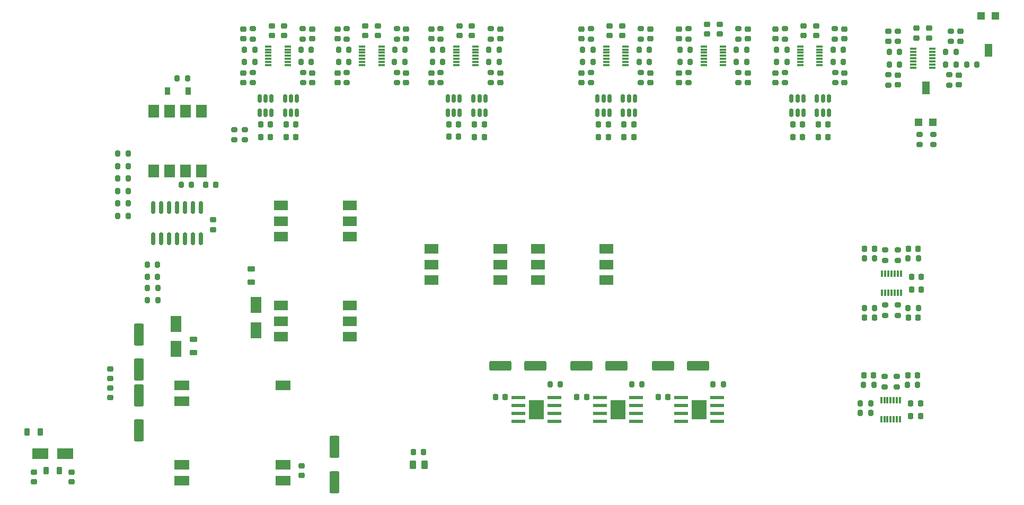
<source format=gbr>
%TF.GenerationSoftware,KiCad,Pcbnew,(7.0.0)*%
%TF.CreationDate,2023-04-14T17:54:00+02:00*%
%TF.ProjectId,multi-tool-midi-board,6d756c74-692d-4746-9f6f-6c2d6d696469,rev?*%
%TF.SameCoordinates,Original*%
%TF.FileFunction,Paste,Top*%
%TF.FilePolarity,Positive*%
%FSLAX46Y46*%
G04 Gerber Fmt 4.6, Leading zero omitted, Abs format (unit mm)*
G04 Created by KiCad (PCBNEW (7.0.0)) date 2023-04-14 17:54:00*
%MOMM*%
%LPD*%
G01*
G04 APERTURE LIST*
G04 Aperture macros list*
%AMRoundRect*
0 Rectangle with rounded corners*
0 $1 Rounding radius*
0 $2 $3 $4 $5 $6 $7 $8 $9 X,Y pos of 4 corners*
0 Add a 4 corners polygon primitive as box body*
4,1,4,$2,$3,$4,$5,$6,$7,$8,$9,$2,$3,0*
0 Add four circle primitives for the rounded corners*
1,1,$1+$1,$2,$3*
1,1,$1+$1,$4,$5*
1,1,$1+$1,$6,$7*
1,1,$1+$1,$8,$9*
0 Add four rect primitives between the rounded corners*
20,1,$1+$1,$2,$3,$4,$5,0*
20,1,$1+$1,$4,$5,$6,$7,0*
20,1,$1+$1,$6,$7,$8,$9,0*
20,1,$1+$1,$8,$9,$2,$3,0*%
G04 Aperture macros list end*
%ADD10R,1.075000X0.300000*%
%ADD11RoundRect,0.250000X-1.500000X-0.550000X1.500000X-0.550000X1.500000X0.550000X-1.500000X0.550000X0*%
%ADD12RoundRect,0.225000X-0.225000X-0.250000X0.225000X-0.250000X0.225000X0.250000X-0.225000X0.250000X0*%
%ADD13RoundRect,0.200000X0.200000X0.275000X-0.200000X0.275000X-0.200000X-0.275000X0.200000X-0.275000X0*%
%ADD14RoundRect,0.200000X-0.200000X-0.275000X0.200000X-0.275000X0.200000X0.275000X-0.200000X0.275000X0*%
%ADD15RoundRect,0.200000X-0.275000X0.200000X-0.275000X-0.200000X0.275000X-0.200000X0.275000X0.200000X0*%
%ADD16RoundRect,0.200000X0.275000X-0.200000X0.275000X0.200000X-0.275000X0.200000X-0.275000X-0.200000X0*%
%ADD17RoundRect,0.225000X0.225000X0.250000X-0.225000X0.250000X-0.225000X-0.250000X0.225000X-0.250000X0*%
%ADD18R,1.800000X2.500000*%
%ADD19RoundRect,0.225000X0.250000X-0.225000X0.250000X0.225000X-0.250000X0.225000X-0.250000X-0.225000X0*%
%ADD20RoundRect,0.150000X0.150000X-0.512500X0.150000X0.512500X-0.150000X0.512500X-0.150000X-0.512500X0*%
%ADD21RoundRect,0.218750X-0.218750X-0.381250X0.218750X-0.381250X0.218750X0.381250X-0.218750X0.381250X0*%
%ADD22R,0.300000X1.075000*%
%ADD23RoundRect,0.218750X-0.381250X0.218750X-0.381250X-0.218750X0.381250X-0.218750X0.381250X0.218750X0*%
%ADD24R,2.500000X1.800000*%
%ADD25RoundRect,0.225000X-0.250000X0.225000X-0.250000X-0.225000X0.250000X-0.225000X0.250000X0.225000X0*%
%ADD26RoundRect,0.250000X-0.262500X-0.450000X0.262500X-0.450000X0.262500X0.450000X-0.262500X0.450000X0*%
%ADD27R,2.450000X1.600000*%
%ADD28R,1.780000X2.000000*%
%ADD29R,2.400000X3.100000*%
%ADD30R,2.200000X0.500000*%
%ADD31R,2.300000X1.600000*%
%ADD32RoundRect,0.218750X-0.218750X-0.256250X0.218750X-0.256250X0.218750X0.256250X-0.218750X0.256250X0*%
%ADD33RoundRect,0.150000X-0.150000X0.825000X-0.150000X-0.825000X0.150000X-0.825000X0.150000X0.825000X0*%
%ADD34RoundRect,0.250000X0.550000X-1.500000X0.550000X1.500000X-0.550000X1.500000X-0.550000X-1.500000X0*%
%ADD35R,1.300000X1.300000*%
%ADD36R,1.300000X2.000000*%
%ADD37RoundRect,0.250000X-0.550000X1.500000X-0.550000X-1.500000X0.550000X-1.500000X0.550000X1.500000X0*%
%ADD38R,0.900000X1.200000*%
G04 APERTURE END LIST*
D10*
%TO.C,U17*%
X93461999Y-59124999D03*
X93461999Y-59624999D03*
X93461999Y-60124999D03*
X93461999Y-60624999D03*
X93461999Y-61124999D03*
X93461999Y-61624999D03*
X93461999Y-62124999D03*
X96537999Y-62124999D03*
X96537999Y-61624999D03*
X96537999Y-61124999D03*
X96537999Y-60624999D03*
X96537999Y-60124999D03*
X96537999Y-59624999D03*
X96537999Y-59124999D03*
%TD*%
D11*
%TO.C,C46*%
X128510000Y-110200000D03*
X134110000Y-110200000D03*
%TD*%
D12*
%TO.C,C59*%
X181225000Y-96000000D03*
X182775000Y-96000000D03*
%TD*%
D13*
%TO.C,R66*%
X182200000Y-113250000D03*
X180550000Y-113250000D03*
%TD*%
D14*
%TO.C,R14*%
X83675000Y-59625000D03*
X85325000Y-59625000D03*
%TD*%
D15*
%TO.C,R24*%
X106000000Y-56300000D03*
X106000000Y-57950000D03*
%TD*%
D16*
%TO.C,R11*%
X138000000Y-64950000D03*
X138000000Y-63300000D03*
%TD*%
D17*
%TO.C,C1*%
X78785000Y-71625000D03*
X77235000Y-71625000D03*
%TD*%
D16*
%TO.C,R59*%
X177000000Y-93325000D03*
X177000000Y-91675000D03*
%TD*%
D18*
%TO.C,D4*%
X63749999Y-107499999D03*
X63749999Y-103499999D03*
%TD*%
D10*
%TO.C,U12*%
X108461999Y-59124999D03*
X108461999Y-59624999D03*
X108461999Y-60124999D03*
X108461999Y-60624999D03*
X108461999Y-61124999D03*
X108461999Y-61624999D03*
X108461999Y-62124999D03*
X111537999Y-62124999D03*
X111537999Y-61624999D03*
X111537999Y-61124999D03*
X111537999Y-60624999D03*
X111537999Y-60124999D03*
X111537999Y-59624999D03*
X111537999Y-59124999D03*
%TD*%
D17*
%TO.C,C68*%
X175150000Y-111750000D03*
X173600000Y-111750000D03*
%TD*%
%TO.C,C8*%
X136839464Y-73625000D03*
X135289464Y-73625000D03*
%TD*%
D19*
%TO.C,C71*%
X181990000Y-57775000D03*
X181990000Y-56225000D03*
%TD*%
D20*
%TO.C,U3*%
X81124464Y-69762500D03*
X82074464Y-69762500D03*
X83024464Y-69762500D03*
X83024464Y-67487500D03*
X82074464Y-67487500D03*
X81124464Y-67487500D03*
%TD*%
D17*
%TO.C,C5*%
X78785000Y-73625000D03*
X77235000Y-73625000D03*
%TD*%
%TO.C,C60*%
X182775000Y-98000000D03*
X181225000Y-98000000D03*
%TD*%
D15*
%TO.C,R49*%
X145550000Y-56300000D03*
X145550000Y-57950000D03*
%TD*%
D17*
%TO.C,C62*%
X175275000Y-102500000D03*
X173725000Y-102500000D03*
%TD*%
D19*
%TO.C,C79*%
X53250000Y-115275000D03*
X53250000Y-113725000D03*
%TD*%
D20*
%TO.C,U7*%
X111239464Y-69762500D03*
X112189464Y-69762500D03*
X113139464Y-69762500D03*
X113139464Y-67487500D03*
X112189464Y-67487500D03*
X111239464Y-67487500D03*
%TD*%
D17*
%TO.C,C66*%
X182650000Y-118250000D03*
X181100000Y-118250000D03*
%TD*%
D11*
%TO.C,C44*%
X141510000Y-110200000D03*
X147110000Y-110200000D03*
%TD*%
D13*
%TO.C,R28*%
X106325000Y-61625000D03*
X104675000Y-61625000D03*
%TD*%
D17*
%TO.C,C2*%
X82849464Y-71625000D03*
X81299464Y-71625000D03*
%TD*%
D21*
%TO.C,FB1*%
X39937500Y-120750000D03*
X42062500Y-120750000D03*
%TD*%
D16*
%TO.C,R90*%
X177500000Y-65325000D03*
X177500000Y-63675000D03*
%TD*%
D15*
%TO.C,R41*%
X91000000Y-56300000D03*
X91000000Y-57950000D03*
%TD*%
D13*
%TO.C,R65*%
X174700000Y-116250000D03*
X173050000Y-116250000D03*
%TD*%
D12*
%TO.C,C64*%
X180725000Y-102500000D03*
X182275000Y-102500000D03*
%TD*%
D17*
%TO.C,C43*%
X129310000Y-115200000D03*
X127760000Y-115200000D03*
%TD*%
D19*
%TO.C,C19*%
X133000000Y-57400000D03*
X133000000Y-55850000D03*
%TD*%
D17*
%TO.C,C13*%
X108850000Y-73587500D03*
X107300000Y-73587500D03*
%TD*%
D22*
%TO.C,U20*%
X179374999Y-115711999D03*
X178874999Y-115711999D03*
X178374999Y-115711999D03*
X177874999Y-115711999D03*
X177374999Y-115711999D03*
X176874999Y-115711999D03*
X176374999Y-115711999D03*
X176374999Y-118787999D03*
X176874999Y-118787999D03*
X177374999Y-118787999D03*
X177874999Y-118787999D03*
X178374999Y-118787999D03*
X178874999Y-118787999D03*
X179374999Y-118787999D03*
%TD*%
D13*
%TO.C,R64*%
X174700000Y-117750000D03*
X173050000Y-117750000D03*
%TD*%
D19*
%TO.C,C58*%
X155050000Y-57900000D03*
X155050000Y-56350000D03*
%TD*%
D14*
%TO.C,R44*%
X98675000Y-59625000D03*
X100325000Y-59625000D03*
%TD*%
D23*
%TO.C,FB2*%
X75750000Y-94687500D03*
X75750000Y-96812500D03*
%TD*%
D13*
%TO.C,R22*%
X161325000Y-59625000D03*
X159675000Y-59625000D03*
%TD*%
D14*
%TO.C,R61*%
X173675000Y-93000000D03*
X175325000Y-93000000D03*
%TD*%
D16*
%TO.C,R63*%
X178875000Y-113575000D03*
X178875000Y-111925000D03*
%TD*%
D19*
%TO.C,C29*%
X109000000Y-57400000D03*
X109000000Y-55850000D03*
%TD*%
D24*
%TO.C,D2*%
X41999999Y-124249999D03*
X45999999Y-124249999D03*
%TD*%
D12*
%TO.C,C61*%
X180725000Y-91500000D03*
X182275000Y-91500000D03*
%TD*%
D10*
%TO.C,U18*%
X148011999Y-59124999D03*
X148011999Y-59624999D03*
X148011999Y-60124999D03*
X148011999Y-60624999D03*
X148011999Y-61124999D03*
X148011999Y-61624999D03*
X148011999Y-62124999D03*
X151087999Y-62124999D03*
X151087999Y-61624999D03*
X151087999Y-61124999D03*
X151087999Y-60624999D03*
X151087999Y-60124999D03*
X151087999Y-59624999D03*
X151087999Y-59124999D03*
%TD*%
D25*
%TO.C,C72*%
X183990000Y-56225000D03*
X183990000Y-57775000D03*
%TD*%
D15*
%TO.C,R91*%
X187500000Y-56675000D03*
X187500000Y-58325000D03*
%TD*%
D18*
%TO.C,D3*%
X76499999Y-104499999D03*
X76499999Y-100499999D03*
%TD*%
D15*
%TO.C,R9*%
X130000000Y-56300000D03*
X130000000Y-57950000D03*
%TD*%
D16*
%TO.C,R86*%
X184720000Y-74825000D03*
X184720000Y-73175000D03*
%TD*%
D25*
%TO.C,C54*%
X150550000Y-55575000D03*
X150550000Y-57125000D03*
%TD*%
D10*
%TO.C,U11*%
X132461999Y-59124999D03*
X132461999Y-59624999D03*
X132461999Y-60124999D03*
X132461999Y-60624999D03*
X132461999Y-61124999D03*
X132461999Y-61624999D03*
X132461999Y-62124999D03*
X135537999Y-62124999D03*
X135537999Y-61624999D03*
X135537999Y-61124999D03*
X135537999Y-60624999D03*
X135537999Y-60124999D03*
X135537999Y-59624999D03*
X135537999Y-59124999D03*
%TD*%
D25*
%TO.C,C26*%
X128500000Y-63350000D03*
X128500000Y-64900000D03*
%TD*%
D15*
%TO.C,R26*%
X161000000Y-56300000D03*
X161000000Y-57950000D03*
%TD*%
D19*
%TO.C,C52*%
X100500000Y-57900000D03*
X100500000Y-56350000D03*
%TD*%
D26*
%TO.C,R92*%
X101587500Y-126000000D03*
X103412500Y-126000000D03*
%TD*%
D17*
%TO.C,C6*%
X82849464Y-73625000D03*
X81299464Y-73625000D03*
%TD*%
D14*
%TO.C,R52*%
X153225000Y-59625000D03*
X154875000Y-59625000D03*
%TD*%
D27*
%TO.C,U24*%
X64674999Y-113379999D03*
X64674999Y-115919999D03*
X64674999Y-126079999D03*
X64674999Y-128619999D03*
X80824999Y-128619999D03*
X80824999Y-126079999D03*
X80824999Y-113379999D03*
%TD*%
D12*
%TO.C,C67*%
X180600000Y-111750000D03*
X182150000Y-111750000D03*
%TD*%
D17*
%TO.C,C16*%
X167839464Y-73625000D03*
X166289464Y-73625000D03*
%TD*%
%TO.C,C10*%
X112964464Y-71625000D03*
X111414464Y-71625000D03*
%TD*%
D19*
%TO.C,C69*%
X69615000Y-88410000D03*
X69615000Y-86860000D03*
%TD*%
D25*
%TO.C,C51*%
X89500000Y-63350000D03*
X89500000Y-64900000D03*
%TD*%
D13*
%TO.C,R51*%
X145875000Y-61625000D03*
X144225000Y-61625000D03*
%TD*%
D16*
%TO.C,R27*%
X169000000Y-64950000D03*
X169000000Y-63300000D03*
%TD*%
%TO.C,R85*%
X187250000Y-65325000D03*
X187250000Y-63675000D03*
%TD*%
%TO.C,R42*%
X99000000Y-64950000D03*
X99000000Y-63300000D03*
%TD*%
D13*
%TO.C,R80*%
X60825000Y-99750000D03*
X59175000Y-99750000D03*
%TD*%
D25*
%TO.C,C32*%
X166000000Y-55850000D03*
X166000000Y-57400000D03*
%TD*%
D16*
%TO.C,R10*%
X84000000Y-64950000D03*
X84000000Y-63300000D03*
%TD*%
D28*
%TO.C,U22*%
X67809999Y-69484999D03*
X65269999Y-69484999D03*
X62729999Y-69484999D03*
X60189999Y-69484999D03*
X60189999Y-79014999D03*
X62729999Y-79014999D03*
X65269999Y-79014999D03*
X67809999Y-79014999D03*
%TD*%
D25*
%TO.C,C74*%
X188750000Y-63725000D03*
X188750000Y-65275000D03*
%TD*%
D19*
%TO.C,C55*%
X144050000Y-57900000D03*
X144050000Y-56350000D03*
%TD*%
%TO.C,C40*%
X170490000Y-57900000D03*
X170490000Y-56350000D03*
%TD*%
%TO.C,C21*%
X74500000Y-57900000D03*
X74500000Y-56350000D03*
%TD*%
D13*
%TO.C,R69*%
X65575000Y-64250000D03*
X63925000Y-64250000D03*
%TD*%
D16*
%TO.C,R55*%
X179000000Y-93325000D03*
X179000000Y-91675000D03*
%TD*%
D19*
%TO.C,C49*%
X89500000Y-57900000D03*
X89500000Y-56350000D03*
%TD*%
D10*
%TO.C,U13*%
X163461999Y-59124999D03*
X163461999Y-59624999D03*
X163461999Y-60124999D03*
X163461999Y-60624999D03*
X163461999Y-61124999D03*
X163461999Y-61624999D03*
X163461999Y-62124999D03*
X166537999Y-62124999D03*
X166537999Y-61624999D03*
X166537999Y-61124999D03*
X166537999Y-60624999D03*
X166537999Y-60124999D03*
X166537999Y-59624999D03*
X166537999Y-59124999D03*
%TD*%
D15*
%TO.C,R19*%
X137977500Y-56300000D03*
X137977500Y-57950000D03*
%TD*%
D25*
%TO.C,C48*%
X95950000Y-55850000D03*
X95950000Y-57400000D03*
%TD*%
D14*
%TO.C,R89*%
X186675000Y-60000000D03*
X188325000Y-60000000D03*
%TD*%
D19*
%TO.C,C31*%
X164000000Y-57400000D03*
X164000000Y-55850000D03*
%TD*%
D20*
%TO.C,U5*%
X135114464Y-69762500D03*
X136064464Y-69762500D03*
X137014464Y-69762500D03*
X137014464Y-67487500D03*
X136064464Y-67487500D03*
X135114464Y-67487500D03*
%TD*%
D19*
%TO.C,C35*%
X159500000Y-57900000D03*
X159500000Y-56350000D03*
%TD*%
D16*
%TO.C,R50*%
X153550000Y-64950000D03*
X153550000Y-63300000D03*
%TD*%
D19*
%TO.C,C33*%
X104500000Y-57900000D03*
X104500000Y-56350000D03*
%TD*%
D14*
%TO.C,R74*%
X59175000Y-97750000D03*
X60825000Y-97750000D03*
%TD*%
D13*
%TO.C,R62*%
X182325000Y-101000000D03*
X180675000Y-101000000D03*
%TD*%
D16*
%TO.C,R16*%
X76000000Y-64950000D03*
X76000000Y-63300000D03*
%TD*%
D25*
%TO.C,C56*%
X155050000Y-63350000D03*
X155050000Y-64900000D03*
%TD*%
D17*
%TO.C,C12*%
X167839464Y-71625000D03*
X166289464Y-71625000D03*
%TD*%
D13*
%TO.C,R38*%
X151135000Y-113200000D03*
X149485000Y-113200000D03*
%TD*%
%TO.C,R47*%
X145875000Y-59625000D03*
X144225000Y-59625000D03*
%TD*%
D29*
%TO.C,U14*%
X121309999Y-117199999D03*
D30*
X124184999Y-119104999D03*
X124184999Y-117834999D03*
X124184999Y-116564999D03*
X124184999Y-115294999D03*
X118434999Y-115294999D03*
X118434999Y-116564999D03*
X118434999Y-117834999D03*
X118434999Y-119104999D03*
%TD*%
D17*
%TO.C,C7*%
X132775000Y-73625000D03*
X131225000Y-73625000D03*
%TD*%
D15*
%TO.C,R46*%
X99000000Y-56300000D03*
X99000000Y-57950000D03*
%TD*%
%TO.C,R60*%
X179000000Y-100500000D03*
X179000000Y-102150000D03*
%TD*%
D20*
%TO.C,U6*%
X107125000Y-69725000D03*
X108075000Y-69725000D03*
X109025000Y-69725000D03*
X109025000Y-67450000D03*
X108075000Y-67450000D03*
X107125000Y-67450000D03*
%TD*%
%TO.C,U2*%
X77060000Y-69762500D03*
X78010000Y-69762500D03*
X78960000Y-69762500D03*
X78960000Y-67487500D03*
X78010000Y-67487500D03*
X77060000Y-67487500D03*
%TD*%
D13*
%TO.C,R78*%
X56075000Y-86250000D03*
X54425000Y-86250000D03*
%TD*%
%TO.C,R79*%
X60750000Y-96000000D03*
X59100000Y-96000000D03*
%TD*%
D14*
%TO.C,R6*%
X83675000Y-61625000D03*
X85325000Y-61625000D03*
%TD*%
%TO.C,R7*%
X137675000Y-61625000D03*
X139325000Y-61625000D03*
%TD*%
D17*
%TO.C,C15*%
X163775000Y-73625000D03*
X162225000Y-73625000D03*
%TD*%
D20*
%TO.C,U4*%
X131050000Y-69762500D03*
X132000000Y-69762500D03*
X132950000Y-69762500D03*
X132950000Y-67487500D03*
X132000000Y-67487500D03*
X131050000Y-67487500D03*
%TD*%
D14*
%TO.C,R40*%
X98625000Y-61625000D03*
X100275000Y-61625000D03*
%TD*%
D31*
%TO.C,S1*%
X80499999Y-84556424D03*
X80499999Y-87056424D03*
X80499999Y-89556424D03*
X91499999Y-89556424D03*
X91499999Y-87056424D03*
X91499999Y-84556424D03*
%TD*%
D17*
%TO.C,C11*%
X163775000Y-71625000D03*
X162225000Y-71625000D03*
%TD*%
D14*
%TO.C,R29*%
X113675000Y-59625000D03*
X115325000Y-59625000D03*
%TD*%
D15*
%TO.C,R33*%
X113990000Y-56300000D03*
X113990000Y-57950000D03*
%TD*%
D25*
%TO.C,C20*%
X135000000Y-55850000D03*
X135000000Y-57400000D03*
%TD*%
D14*
%TO.C,R72*%
X54425000Y-84250000D03*
X56075000Y-84250000D03*
%TD*%
D13*
%TO.C,R57*%
X182325000Y-93000000D03*
X180675000Y-93000000D03*
%TD*%
D29*
%TO.C,U15*%
X134309999Y-117199999D03*
D30*
X137184999Y-119104999D03*
X137184999Y-117834999D03*
X137184999Y-116564999D03*
X137184999Y-115294999D03*
X131434999Y-115294999D03*
X131434999Y-116564999D03*
X131434999Y-117834999D03*
X131434999Y-119104999D03*
%TD*%
D25*
%TO.C,C36*%
X170500000Y-63350000D03*
X170500000Y-64900000D03*
%TD*%
D17*
%TO.C,C63*%
X175275000Y-91500000D03*
X173725000Y-91500000D03*
%TD*%
D32*
%TO.C,D6*%
X101675000Y-124000000D03*
X103250000Y-124000000D03*
%TD*%
D19*
%TO.C,C47*%
X93950000Y-57400000D03*
X93950000Y-55850000D03*
%TD*%
D31*
%TO.C,S3*%
X104499999Y-91499999D03*
X104499999Y-93999999D03*
X104499999Y-96499999D03*
X115499999Y-96499999D03*
X115499999Y-93999999D03*
X115499999Y-91499999D03*
%TD*%
D15*
%TO.C,R8*%
X76000000Y-56300000D03*
X76000000Y-57950000D03*
%TD*%
D17*
%TO.C,C45*%
X142310000Y-115200000D03*
X140760000Y-115200000D03*
%TD*%
D11*
%TO.C,C42*%
X115510000Y-110200000D03*
X121110000Y-110200000D03*
%TD*%
D19*
%TO.C,C22*%
X128500000Y-57900000D03*
X128500000Y-56350000D03*
%TD*%
D13*
%TO.C,R37*%
X138135000Y-113200000D03*
X136485000Y-113200000D03*
%TD*%
%TO.C,R43*%
X91325000Y-61625000D03*
X89675000Y-61625000D03*
%TD*%
D25*
%TO.C,C18*%
X81000000Y-55850000D03*
X81000000Y-57400000D03*
%TD*%
D19*
%TO.C,C76*%
X189000000Y-58275000D03*
X189000000Y-56725000D03*
%TD*%
D23*
%TO.C,FB3*%
X66500000Y-105937500D03*
X66500000Y-108062500D03*
%TD*%
D14*
%TO.C,R58*%
X173675000Y-101000000D03*
X175325000Y-101000000D03*
%TD*%
D13*
%TO.C,R76*%
X56075000Y-78250000D03*
X54425000Y-78250000D03*
%TD*%
D14*
%TO.C,R75*%
X64532500Y-81250000D03*
X66182500Y-81250000D03*
%TD*%
D25*
%TO.C,C23*%
X85500000Y-63350000D03*
X85500000Y-64900000D03*
%TD*%
D10*
%TO.C,U23*%
X181461999Y-59499999D03*
X181461999Y-59999999D03*
X181461999Y-60499999D03*
X181461999Y-60999999D03*
X181461999Y-61499999D03*
X181461999Y-61999999D03*
X181461999Y-62499999D03*
X184537999Y-62499999D03*
X184537999Y-61999999D03*
X184537999Y-61499999D03*
X184537999Y-60999999D03*
X184537999Y-60499999D03*
X184537999Y-59999999D03*
X184537999Y-59499999D03*
%TD*%
D13*
%TO.C,R12*%
X76325000Y-61625000D03*
X74675000Y-61625000D03*
%TD*%
D16*
%TO.C,R17*%
X130000000Y-64950000D03*
X130000000Y-63300000D03*
%TD*%
D14*
%TO.C,R73*%
X59100000Y-94000000D03*
X60750000Y-94000000D03*
%TD*%
D25*
%TO.C,C77*%
X41000000Y-127225000D03*
X41000000Y-128775000D03*
%TD*%
D19*
%TO.C,C38*%
X115490000Y-57900000D03*
X115490000Y-56350000D03*
%TD*%
D25*
%TO.C,C57*%
X144050000Y-63350000D03*
X144050000Y-64900000D03*
%TD*%
D14*
%TO.C,R23*%
X168675000Y-61625000D03*
X170325000Y-61625000D03*
%TD*%
D10*
%TO.C,U10*%
X78461999Y-59124999D03*
X78461999Y-59624999D03*
X78461999Y-60124999D03*
X78461999Y-60624999D03*
X78461999Y-61124999D03*
X78461999Y-61624999D03*
X78461999Y-62124999D03*
X81537999Y-62124999D03*
X81537999Y-61624999D03*
X81537999Y-61124999D03*
X81537999Y-60624999D03*
X81537999Y-60124999D03*
X81537999Y-59624999D03*
X81537999Y-59124999D03*
%TD*%
D25*
%TO.C,C78*%
X47000000Y-127225000D03*
X47000000Y-128775000D03*
%TD*%
D14*
%TO.C,R15*%
X137675000Y-59625000D03*
X139325000Y-59625000D03*
%TD*%
%TO.C,R21*%
X113675000Y-61625000D03*
X115325000Y-61625000D03*
%TD*%
D17*
%TO.C,C41*%
X116310000Y-115200000D03*
X114760000Y-115200000D03*
%TD*%
D14*
%TO.C,R71*%
X54425000Y-80250000D03*
X56075000Y-80250000D03*
%TD*%
D20*
%TO.C,U8*%
X162050000Y-69762500D03*
X163000000Y-69762500D03*
X163950000Y-69762500D03*
X163950000Y-67487500D03*
X163000000Y-67487500D03*
X162050000Y-67487500D03*
%TD*%
D25*
%TO.C,C80*%
X53250000Y-110725000D03*
X53250000Y-112275000D03*
%TD*%
%TO.C,C25*%
X74500000Y-63350000D03*
X74500000Y-64900000D03*
%TD*%
D14*
%TO.C,R83*%
X186675000Y-62000000D03*
X188325000Y-62000000D03*
%TD*%
D19*
%TO.C,C73*%
X177500000Y-58275000D03*
X177500000Y-56725000D03*
%TD*%
D12*
%TO.C,C70*%
X68475000Y-81250000D03*
X70025000Y-81250000D03*
%TD*%
D25*
%TO.C,C50*%
X100500000Y-63350000D03*
X100500000Y-64900000D03*
%TD*%
D13*
%TO.C,R77*%
X56075000Y-82250000D03*
X54425000Y-82250000D03*
%TD*%
D15*
%TO.C,R84*%
X179000000Y-56675000D03*
X179000000Y-58325000D03*
%TD*%
D14*
%TO.C,R81*%
X190000000Y-62000000D03*
X191650000Y-62000000D03*
%TD*%
D17*
%TO.C,C14*%
X112964464Y-73625000D03*
X111414464Y-73625000D03*
%TD*%
D25*
%TO.C,C37*%
X104500000Y-63350000D03*
X104500000Y-64900000D03*
%TD*%
D14*
%TO.C,R48*%
X153225000Y-61625000D03*
X154875000Y-61625000D03*
%TD*%
D13*
%TO.C,R82*%
X179325000Y-60000000D03*
X177675000Y-60000000D03*
%TD*%
D15*
%TO.C,R54*%
X153550000Y-56300000D03*
X153550000Y-57950000D03*
%TD*%
D16*
%TO.C,R45*%
X91000000Y-64950000D03*
X91000000Y-63300000D03*
%TD*%
D13*
%TO.C,R5*%
X130325000Y-59625000D03*
X128675000Y-59625000D03*
%TD*%
D31*
%TO.C,S2*%
X80499999Y-100556424D03*
X80499999Y-103056424D03*
X80499999Y-105556424D03*
X91499999Y-105556424D03*
X91499999Y-103056424D03*
X91499999Y-100556424D03*
%TD*%
D15*
%TO.C,R18*%
X83962000Y-56300000D03*
X83962000Y-57950000D03*
%TD*%
D17*
%TO.C,C3*%
X132775000Y-71625000D03*
X131225000Y-71625000D03*
%TD*%
D16*
%TO.C,R87*%
X182500000Y-74825000D03*
X182500000Y-73175000D03*
%TD*%
%TO.C,R34*%
X161000000Y-64950000D03*
X161000000Y-63300000D03*
%TD*%
D13*
%TO.C,R88*%
X179325000Y-62000000D03*
X177675000Y-62000000D03*
%TD*%
D12*
%TO.C,C65*%
X181100000Y-116250000D03*
X182650000Y-116250000D03*
%TD*%
D33*
%TO.C,U21*%
X67675000Y-84910000D03*
X66405000Y-84910000D03*
X65135000Y-84910000D03*
X63865000Y-84910000D03*
X62595000Y-84910000D03*
X61325000Y-84910000D03*
X60055000Y-84910000D03*
X60055000Y-89860000D03*
X61325000Y-89860000D03*
X62595000Y-89860000D03*
X63865000Y-89860000D03*
X65135000Y-89860000D03*
X66405000Y-89860000D03*
X67675000Y-89860000D03*
%TD*%
D14*
%TO.C,R70*%
X54425000Y-76250000D03*
X56075000Y-76250000D03*
%TD*%
D22*
%TO.C,U19*%
X179499999Y-95461999D03*
X178999999Y-95461999D03*
X178499999Y-95461999D03*
X177999999Y-95461999D03*
X177499999Y-95461999D03*
X176999999Y-95461999D03*
X176499999Y-95461999D03*
X176499999Y-98537999D03*
X176999999Y-98537999D03*
X177499999Y-98537999D03*
X177999999Y-98537999D03*
X178499999Y-98537999D03*
X178999999Y-98537999D03*
X179499999Y-98537999D03*
%TD*%
D19*
%TO.C,C53*%
X148550000Y-57125000D03*
X148550000Y-55575000D03*
%TD*%
D16*
%TO.C,R67*%
X176875000Y-113575000D03*
X176875000Y-111925000D03*
%TD*%
D13*
%TO.C,R30*%
X161325000Y-61625000D03*
X159675000Y-61625000D03*
%TD*%
%TO.C,R13*%
X130325000Y-61625000D03*
X128675000Y-61625000D03*
%TD*%
D20*
%TO.C,U9*%
X166114464Y-69762500D03*
X167064464Y-69762500D03*
X168014464Y-69762500D03*
X168014464Y-67487500D03*
X167064464Y-67487500D03*
X166114464Y-67487500D03*
%TD*%
D19*
%TO.C,C17*%
X79000000Y-57400000D03*
X79000000Y-55850000D03*
%TD*%
%TO.C,C83*%
X83750000Y-127775000D03*
X83750000Y-126225000D03*
%TD*%
D34*
%TO.C,C84*%
X89000000Y-128800000D03*
X89000000Y-123200000D03*
%TD*%
D14*
%TO.C,R31*%
X168675000Y-59625000D03*
X170325000Y-59625000D03*
%TD*%
D25*
%TO.C,C75*%
X179000000Y-63725000D03*
X179000000Y-65275000D03*
%TD*%
D16*
%TO.C,R32*%
X106000000Y-64950000D03*
X106000000Y-63300000D03*
%TD*%
D29*
%TO.C,U16*%
X147309999Y-117199999D03*
D30*
X150184999Y-119104999D03*
X150184999Y-117834999D03*
X150184999Y-116564999D03*
X150184999Y-115294999D03*
X144434999Y-115294999D03*
X144434999Y-116564999D03*
X144434999Y-117834999D03*
X144434999Y-119104999D03*
%TD*%
D16*
%TO.C,R25*%
X114000000Y-64950000D03*
X114000000Y-63300000D03*
%TD*%
D15*
%TO.C,R35*%
X168990000Y-56300000D03*
X168990000Y-57950000D03*
%TD*%
D35*
%TO.C,RV1*%
X184649999Y-71249999D03*
D36*
X183499999Y-65749999D03*
D35*
X182349999Y-71249999D03*
%TD*%
D19*
%TO.C,C28*%
X139477500Y-57900000D03*
X139477500Y-56350000D03*
%TD*%
D37*
%TO.C,C82*%
X57750000Y-105200000D03*
X57750000Y-110800000D03*
%TD*%
D25*
%TO.C,C34*%
X115500000Y-63350000D03*
X115500000Y-64900000D03*
%TD*%
%TO.C,C39*%
X159500000Y-63350000D03*
X159500000Y-64900000D03*
%TD*%
D15*
%TO.C,R56*%
X177000000Y-100500000D03*
X177000000Y-102150000D03*
%TD*%
D13*
%TO.C,R39*%
X91325000Y-59625000D03*
X89675000Y-59625000D03*
%TD*%
D25*
%TO.C,C30*%
X111000000Y-55850000D03*
X111000000Y-57400000D03*
%TD*%
D38*
%TO.C,D1*%
X65649999Y-66249999D03*
X62349999Y-66249999D03*
%TD*%
D25*
%TO.C,C24*%
X139500000Y-63350000D03*
X139500000Y-64900000D03*
%TD*%
D14*
%TO.C,R68*%
X173550000Y-113250000D03*
X175200000Y-113250000D03*
%TD*%
D15*
%TO.C,R2*%
X74750000Y-72425000D03*
X74750000Y-74075000D03*
%TD*%
D34*
%TO.C,C81*%
X57750000Y-120550000D03*
X57750000Y-114950000D03*
%TD*%
D35*
%TO.C,RV2*%
X192349999Y-54249999D03*
D36*
X193499999Y-59749999D03*
D35*
X194649999Y-54249999D03*
%TD*%
D15*
%TO.C,R3*%
X73000000Y-72425000D03*
X73000000Y-74075000D03*
%TD*%
D19*
%TO.C,C27*%
X85462000Y-57900000D03*
X85462000Y-56350000D03*
%TD*%
D16*
%TO.C,R53*%
X145550000Y-64950000D03*
X145550000Y-63300000D03*
%TD*%
D13*
%TO.C,R20*%
X106325000Y-59625000D03*
X104675000Y-59625000D03*
%TD*%
D17*
%TO.C,C4*%
X136839464Y-71625000D03*
X135289464Y-71625000D03*
%TD*%
D31*
%TO.C,S4*%
X121499999Y-91499999D03*
X121499999Y-93999999D03*
X121499999Y-96499999D03*
X132499999Y-96499999D03*
X132499999Y-93999999D03*
X132499999Y-91499999D03*
%TD*%
D17*
%TO.C,C9*%
X108850000Y-71587500D03*
X107300000Y-71587500D03*
%TD*%
D13*
%TO.C,R4*%
X76325000Y-59625000D03*
X74675000Y-59625000D03*
%TD*%
%TO.C,R36*%
X125135000Y-113200000D03*
X123485000Y-113200000D03*
%TD*%
D21*
%TO.C,L1*%
X42937500Y-127000000D03*
X45062500Y-127000000D03*
%TD*%
M02*

</source>
